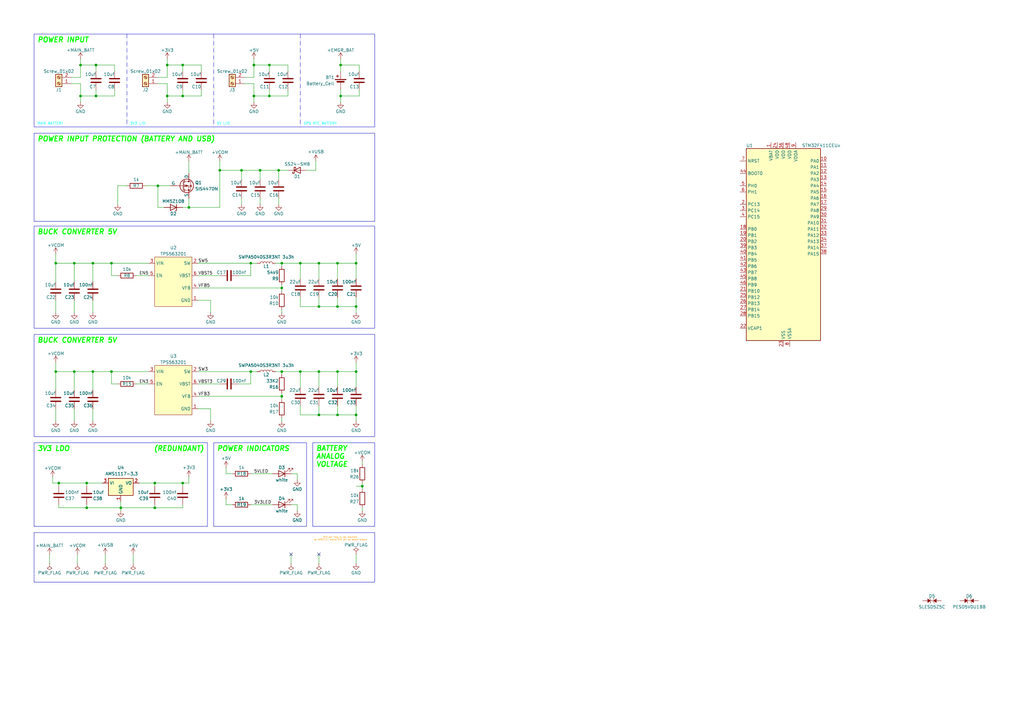
<source format=kicad_sch>
(kicad_sch (version 20250114) (generator "eeschema") (generator_version "9.0")
  (paper "A3")
  (title_block (title "VECTRON_V2") (date "2025-08-31") (rev "1.0.0") (comment 9 "ARUDHRAN"))
  (rectangle (start 13.97 181.61) (end 85.09 215.9))
  (rectangle (start 13.97 54.61) (end 153.67 90.805))
  (rectangle (start 128.27 181.61) (end 153.67 215.9))
  (rectangle (start 13.97 218.44) (end 153.67 238.76))
  (rectangle (start 87.63 181.61) (end 125.73 215.9))
  (rectangle (start 13.97 13.97) (end 153.67 52.07))
  (rectangle (start 13.97 137.16) (end 153.67 179.07))
  (rectangle (start 13.97 92.71) (end 153.67 134.62))
  (text "BUCK CONVERTER 5V" (at 15.24 139.7 0) (effects (font (size 2.032 2.032) (thickness 0.4064) (bold yes) (italic yes)) (justify left)))
  (text "POWER INDICATORS" (at 88.9 184.15 0) (effects (font (size 2.032 2.032) (bold yes) (italic yes)) (justify left)))
  (text "(REDUNDANT)" (at 83.82 184.15 0) (effects (font (size 2.032 2.032) (bold yes) (italic yes)) (justify right)))
  (text "GPS RTC BATTERY" (at 124.46 50.8 0) (effects (font (size 1.016 1.016) (thickness 0.127)) (justify left)))
  (text "3V3 pwr flag is not required \nas AMS1117 marks 3V3 pin as power output" (at 139.7 220.98 0) (effects (font (size 0.635 0.635) (thickness 0.0794))))
  (text "POWER INPUT" (at 15.24 16.51 0) (effects (font (size 2.032 2.032) (thickness 0.4064) (bold yes) (italic yes)) (justify left)))
  (text "3V3 LDO\n" (at 15.24 184.15 0) (effects (font (size 2.032 2.032) (bold yes) (italic yes)) (justify left)))
  (text "BATTERY\nANALOG\nVOLTAGE" (at 129.54 182.88 0) (effects (font (size 2.032 2.032) (bold yes) (italic yes)) (justify left top)))
  (text "MAIN BATTERY" (at 15.24 50.8 0) (effects (font (size 1.016 1.016) (thickness 0.127)) (justify left)))
  (text "BUCK CONVERTER 5V" (at 15.24 95.25 0) (effects (font (size 2.032 2.032) (thickness 0.4064) (bold yes) (italic yes)) (justify left)))
  (text "3V3 I/O" (at 53.34 50.8 0) (effects (font (size 1.016 1.016) (thickness 0.127)) (justify left)))
  (text "5V I/O" (at 88.9 50.8 0) (effects (font (size 1.016 1.016) (thickness 0.127)) (justify left)))
  (text "POWER INPUT PROTECTION (BATTERY AND USB)" (at 15.24 57.15 0) (effects (font (size 2.032 2.032) (thickness 0.4064) (bold yes) (italic yes)) (justify left)))
  (junction (at 38.1 107.95))
  (junction (at 49.53 208.28))
  (junction (at 33.02 26.67))
  (junction (at 74.93 198.12))
  (junction (at 114.3 69.85))
  (junction (at 123.19 152.4))
  (junction (at 63.5 208.28))
  (junction (at 74.93 26.67))
  (junction (at 138.43 107.95))
  (junction (at 22.86 152.4))
  (junction (at 130.81 125.73))
  (junction (at 104.14 26.67))
  (junction (at 139.7 39.37))
  (junction (at 148.59 199.39))
  (junction (at 90.17 69.85))
  (junction (at 110.49 26.67))
  (junction (at 115.57 118.11))
  (junction (at 130.81 107.95))
  (junction (at 99.06 69.85))
  (junction (at 45.72 152.4))
  (junction (at 138.43 125.73))
  (junction (at 102.87 107.95))
  (junction (at 110.49 39.37))
  (junction (at 146.05 152.4))
  (junction (at 146.05 170.18))
  (junction (at 39.37 39.37))
  (junction (at 115.57 152.4))
  (junction (at 64.77 76.2))
  (junction (at 33.02 39.37))
  (junction (at 102.87 152.4))
  (junction (at 63.5 198.12))
  (junction (at 106.68 69.85))
  (junction (at 38.1 152.4))
  (junction (at 138.43 170.18))
  (junction (at 115.57 107.95))
  (junction (at 115.57 162.56))
  (junction (at 146.05 125.73))
  (junction (at 130.81 170.18))
  (junction (at 139.7 26.67))
  (junction (at 104.14 39.37))
  (junction (at 35.56 198.12))
  (junction (at 77.47 85.09))
  (junction (at 138.43 152.4))
  (junction (at 22.86 107.95))
  (junction (at 30.48 152.4))
  (junction (at 39.37 26.67))
  (junction (at 123.19 107.95))
  (junction (at 45.72 107.95))
  (junction (at 35.56 208.28))
  (junction (at 30.48 107.95))
  (junction (at 146.05 107.95))
  (junction (at 68.58 26.67))
  (junction (at 24.13 198.12))
  (junction (at 130.81 152.4))
  (junction (at 74.93 39.37))
  (junction (at 68.58 39.37))
  (no_connect (at 119.38 227.33))
  (no_connect (at 130.81 227.33))
  (wire (pts (xy 100.33 31.75) (xy 104.14 31.75)))
  (wire (pts (xy 102.87 157.48) (xy 102.87 152.4)))
  (wire (pts (xy 146.05 128.27) (xy 146.05 125.73)))
  (wire (pts (xy 110.49 36.83) (xy 110.49 39.37)))
  (wire (pts (xy 110.49 26.67) (xy 104.14 26.67)))
  (wire (pts (xy 63.5 199.39) (xy 63.5 198.12)))
  (wire (pts (xy 45.72 107.95) (xy 60.96 107.95)))
  (wire (pts (xy 45.72 152.4) (xy 60.96 152.4)))
  (wire (pts (xy 92.71 207.01) (xy 95.25 207.01)))
  (wire (pts (xy 81.28 162.56) (xy 115.57 162.56)))
  (wire (pts (xy 113.03 152.4) (xy 115.57 152.4)))
  (wire (pts (xy 52.07 76.2) (xy 48.26 76.2)))
  (wire (pts (xy 38.1 107.95) (xy 45.72 107.95)))
  (wire (pts (xy 46.99 26.67) (xy 39.37 26.67)))
  (wire (pts (xy 22.86 152.4) (xy 22.86 160.02)))
  (wire (pts (xy 102.87 207.01) (xy 111.76 207.01)))
  (wire (pts (xy 146.05 148.59) (xy 146.05 152.4)))
  (wire (pts (xy 35.56 208.28) (xy 49.53 208.28)))
  (wire (pts (xy 104.14 34.29) (xy 104.14 39.37)))
  (wire (pts (xy 30.48 167.64) (xy 30.48 172.72)))
  (wire (pts (xy 68.58 24.13) (xy 68.58 26.67)))
  (wire (pts (xy 146.05 227.33) (xy 146.05 231.14)))
  (wire (pts (xy 49.53 208.28) (xy 49.53 205.74)))
  (wire (pts (xy 22.86 107.95) (xy 30.48 107.95)))
  (wire (pts (xy 63.5 198.12) (xy 74.93 198.12)))
  (wire (pts (xy 119.38 227.33) (xy 119.38 231.14)))
  (wire (pts (xy 147.32 29.21) (xy 147.32 26.67)))
  (wire (pts (xy 146.05 107.95) (xy 146.05 114.3)))
  (wire (pts (xy 102.87 152.4) (xy 105.41 152.4)))
  (wire (pts (xy 29.21 34.29) (xy 33.02 34.29)))
  (wire (pts (xy 147.32 36.83) (xy 147.32 39.37)))
  (wire (pts (xy 97.79 113.03) (xy 102.87 113.03)))
  (wire (pts (xy 92.71 194.31) (xy 92.71 191.77)))
  (wire (pts (xy 121.92 209.55) (xy 121.92 207.01)))
  (wire (pts (xy 39.37 26.67) (xy 33.02 26.67)))
  (wire (pts (xy 130.81 125.73) (xy 138.43 125.73)))
  (wire (pts (xy 49.53 208.28) (xy 63.5 208.28)))
  (wire (pts (xy 81.28 113.03) (xy 90.17 113.03)))
  (wire (pts (xy 147.32 26.67) (xy 139.7 26.67)))
  (wire (pts (xy 77.47 85.09) (xy 90.17 85.09)))
  (wire (pts (xy 106.68 81.28) (xy 106.68 83.82)))
  (wire (pts (xy 130.81 125.73) (xy 123.19 125.73)))
  (wire (pts (xy 130.81 170.18) (xy 138.43 170.18)))
  (wire (pts (xy 86.36 123.19) (xy 86.36 128.27)))
  (wire (pts (xy 148.59 199.39) (xy 148.59 200.66)))
  (wire (pts (xy 146.05 104.14) (xy 146.05 107.95)))
  (wire (pts (xy 21.59 198.12) (xy 24.13 198.12)))
  (wire (pts (xy 130.81 170.18) (xy 123.19 170.18)))
  (wire (pts (xy 146.05 152.4) (xy 146.05 158.75)))
  (wire (pts (xy 146.05 199.39) (xy 148.59 199.39)))
  (wire (pts (xy 43.18 227.33) (xy 43.18 231.14)))
  (wire (pts (xy 130.81 227.33) (xy 130.81 231.14)))
  (wire (pts (xy 118.11 36.83) (xy 118.11 39.37)))
  (wire (pts (xy 110.49 39.37) (xy 104.14 39.37)))
  (wire (pts (xy 138.43 152.4) (xy 146.05 152.4)))
  (wire (pts (xy 118.11 69.85) (xy 114.3 69.85)))
  (wire (pts (xy 24.13 199.39) (xy 24.13 198.12)))
  (wire (pts (xy 64.77 85.09) (xy 64.77 76.2)))
  (wire (pts (xy 118.11 26.67) (xy 110.49 26.67)))
  (wire (pts (xy 68.58 39.37) (xy 68.58 41.91)))
  (wire (pts (xy 130.81 121.92) (xy 130.81 125.73)))
  (wire (pts (xy 30.48 107.95) (xy 30.48 115.57)))
  (polyline (pts (xy 52.07 13.97) (xy 52.07 52.07)) (stroke (width 0) (type dash_dot)))
  (wire (pts (xy 45.72 107.95) (xy 45.72 113.03)))
  (wire (pts (xy 74.93 26.67) (xy 74.93 29.21)))
  (wire (pts (xy 24.13 198.12) (xy 35.56 198.12)))
  (wire (pts (xy 123.19 125.73) (xy 123.19 121.92)))
  (wire (pts (xy 148.59 198.12) (xy 148.59 199.39)))
  (wire (pts (xy 115.57 127) (xy 115.57 128.27)))
  (wire (pts (xy 121.92 207.01) (xy 119.38 207.01)))
  (wire (pts (xy 46.99 29.21) (xy 46.99 26.67)))
  (wire (pts (xy 121.92 196.85) (xy 121.92 194.31)))
  (wire (pts (xy 139.7 39.37) (xy 139.7 41.91)))
  (wire (pts (xy 20.32 231.14) (xy 20.32 227.33)))
  (wire (pts (xy 146.05 172.72) (xy 146.05 170.18)))
  (wire (pts (xy 130.81 166.37) (xy 130.81 170.18)))
  (wire (pts (xy 63.5 208.28) (xy 74.93 208.28)))
  (wire (pts (xy 39.37 39.37) (xy 33.02 39.37)))
  (wire (pts (xy 77.47 198.12) (xy 77.47 195.58)))
  (wire (pts (xy 48.26 76.2) (xy 48.26 83.82)))
  (polyline (pts (xy 87.63 13.97) (xy 87.63 52.07)) (stroke (width 0) (type dash_dot)))
  (wire (pts (xy 64.77 34.29) (xy 68.58 34.29)))
  (wire (pts (xy 35.56 207.01) (xy 35.56 208.28)))
  (wire (pts (xy 115.57 162.56) (xy 115.57 163.83)))
  (wire (pts (xy 97.79 157.48) (xy 102.87 157.48)))
  (wire (pts (xy 68.58 34.29) (xy 68.58 39.37)))
  (wire (pts (xy 54.61 227.33) (xy 54.61 231.14)))
  (wire (pts (xy 24.13 208.28) (xy 35.56 208.28)))
  (wire (pts (xy 115.57 118.11) (xy 115.57 119.38)))
  (wire (pts (xy 74.93 85.09) (xy 77.47 85.09)))
  (wire (pts (xy 138.43 107.95) (xy 146.05 107.95)))
  (wire (pts (xy 81.28 107.95) (xy 102.87 107.95)))
  (wire (pts (xy 74.93 208.28) (xy 74.93 207.01)))
  (wire (pts (xy 82.55 39.37) (xy 74.93 39.37)))
  (wire (pts (xy 99.06 73.66) (xy 99.06 69.85)))
  (wire (pts (xy 38.1 152.4) (xy 38.1 160.02)))
  (wire (pts (xy 129.54 66.04) (xy 129.54 69.85)))
  (wire (pts (xy 90.17 69.85) (xy 90.17 85.09)))
  (wire (pts (xy 148.59 208.28) (xy 148.59 209.55)))
  (wire (pts (xy 31.75 231.14) (xy 31.75 227.33)))
  (wire (pts (xy 74.93 26.67) (xy 68.58 26.67)))
  (wire (pts (xy 77.47 81.28) (xy 77.47 85.09)))
  (wire (pts (xy 106.68 73.66) (xy 106.68 69.85)))
  (wire (pts (xy 138.43 170.18) (xy 138.43 166.37)))
  (wire (pts (xy 74.93 199.39) (xy 74.93 198.12)))
  (wire (pts (xy 139.7 36.83) (xy 139.7 39.37)))
  (wire (pts (xy 92.71 194.31) (xy 95.25 194.31)))
  (wire (pts (xy 102.87 107.95) (xy 105.41 107.95)))
  (wire (pts (xy 102.87 113.03) (xy 102.87 107.95)))
  (wire (pts (xy 148.59 189.23) (xy 148.59 190.5)))
  (wire (pts (xy 35.56 198.12) (xy 41.91 198.12)))
  (wire (pts (xy 33.02 26.67) (xy 33.02 31.75)))
  (wire (pts (xy 35.56 199.39) (xy 35.56 198.12)))
  (wire (pts (xy 104.14 39.37) (xy 104.14 41.91)))
  (wire (pts (xy 86.36 167.64) (xy 86.36 172.72)))
  (wire (pts (xy 55.88 157.48) (xy 60.96 157.48)))
  (wire (pts (xy 45.72 157.48) (xy 48.26 157.48)))
  (wire (pts (xy 81.28 167.64) (xy 86.36 167.64)))
  (wire (pts (xy 30.48 152.4) (xy 30.48 160.02)))
  (wire (pts (xy 82.55 36.83) (xy 82.55 39.37)))
  (wire (pts (xy 55.88 113.03) (xy 60.96 113.03)))
  (wire (pts (xy 74.93 198.12) (xy 77.47 198.12)))
  (wire (pts (xy 104.14 26.67) (xy 104.14 31.75)))
  (wire (pts (xy 130.81 107.95) (xy 130.81 114.3)))
  (wire (pts (xy 74.93 39.37) (xy 68.58 39.37)))
  (wire (pts (xy 114.3 81.28) (xy 114.3 83.82)))
  (wire (pts (xy 115.57 152.4) (xy 123.19 152.4)))
  (polyline (pts (xy 123.19 13.97) (xy 123.19 52.07)) (stroke (width 0) (type dash_dot)))
  (wire (pts (xy 139.7 26.67) (xy 139.7 29.21)))
  (wire (pts (xy 30.48 123.19) (xy 30.48 128.27)))
  (wire (pts (xy 22.86 104.14) (xy 22.86 107.95)))
  (wire (pts (xy 106.68 69.85) (xy 99.06 69.85)))
  (wire (pts (xy 38.1 123.19) (xy 38.1 128.27)))
  (wire (pts (xy 113.03 107.95) (xy 115.57 107.95)))
  (wire (pts (xy 138.43 170.18) (xy 146.05 170.18)))
  (wire (pts (xy 115.57 107.95) (xy 123.19 107.95)))
  (wire (pts (xy 110.49 26.67) (xy 110.49 29.21)))
  (wire (pts (xy 63.5 208.28) (xy 63.5 207.01)))
  (wire (pts (xy 130.81 152.4) (xy 138.43 152.4)))
  (wire (pts (xy 59.69 76.2) (xy 64.77 76.2)))
  (wire (pts (xy 123.19 107.95) (xy 123.19 114.3)))
  (wire (pts (xy 147.32 39.37) (xy 139.7 39.37)))
  (wire (pts (xy 45.72 113.03) (xy 48.26 113.03)))
  (wire (pts (xy 138.43 114.3) (xy 138.43 107.95)))
  (wire (pts (xy 57.15 198.12) (xy 63.5 198.12)))
  (wire (pts (xy 99.06 81.28) (xy 99.06 83.82)))
  (wire (pts (xy 138.43 158.75) (xy 138.43 152.4)))
  (wire (pts (xy 115.57 107.95) (xy 115.57 109.22)))
  (wire (pts (xy 22.86 167.64) (xy 22.86 172.72)))
  (wire (pts (xy 22.86 152.4) (xy 30.48 152.4)))
  (wire (pts (xy 77.47 66.04) (xy 77.47 71.12)))
  (wire (pts (xy 123.19 152.4) (xy 130.81 152.4)))
  (wire (pts (xy 146.05 166.37) (xy 146.05 170.18)))
  (wire (pts (xy 45.72 152.4) (xy 45.72 157.48)))
  (wire (pts (xy 146.05 121.92) (xy 146.05 125.73)))
  (wire (pts (xy 68.58 26.67) (xy 68.58 31.75)))
  (wire (pts (xy 115.57 116.84) (xy 115.57 118.11)))
  (wire (pts (xy 99.06 69.85) (xy 90.17 69.85)))
  (wire (pts (xy 81.28 118.11) (xy 115.57 118.11)))
  (wire (pts (xy 81.28 152.4) (xy 102.87 152.4)))
  (wire (pts (xy 38.1 167.64) (xy 38.1 172.72)))
  (wire (pts (xy 22.86 107.95) (xy 22.86 115.57)))
  (wire (pts (xy 39.37 26.67) (xy 39.37 29.21)))
  (wire (pts (xy 138.43 125.73) (xy 138.43 121.92)))
  (wire (pts (xy 46.99 39.37) (xy 39.37 39.37)))
  (wire (pts (xy 114.3 73.66) (xy 114.3 69.85)))
  (wire (pts (xy 64.77 31.75) (xy 68.58 31.75)))
  (wire (pts (xy 46.99 36.83) (xy 46.99 39.37)))
  (wire (pts (xy 22.86 123.19) (xy 22.86 128.27)))
  (wire (pts (xy 38.1 152.4) (xy 45.72 152.4)))
  (wire (pts (xy 33.02 34.29) (xy 33.02 39.37)))
  (wire (pts (xy 106.68 69.85) (xy 114.3 69.85)))
  (wire (pts (xy 21.59 195.58) (xy 21.59 198.12)))
  (wire (pts (xy 121.92 194.31) (xy 119.38 194.31)))
  (wire (pts (xy 82.55 26.67) (xy 74.93 26.67)))
  (wire (pts (xy 129.54 69.85) (xy 125.73 69.85)))
  (wire (pts (xy 33.02 24.13) (xy 33.02 26.67)))
  (wire (pts (xy 118.11 39.37) (xy 110.49 39.37)))
  (wire (pts (xy 115.57 161.29) (xy 115.57 162.56)))
  (wire (pts (xy 64.77 76.2) (xy 69.85 76.2)))
  (wire (pts (xy 118.11 29.21) (xy 118.11 26.67)))
  (wire (pts (xy 123.19 107.95) (xy 130.81 107.95)))
  (wire (pts (xy 130.81 152.4) (xy 130.81 158.75)))
  (wire (pts (xy 81.28 157.48) (xy 90.17 157.48)))
  (wire (pts (xy 123.19 170.18) (xy 123.19 166.37)))
  (wire (pts (xy 29.21 31.75) (xy 33.02 31.75)))
  (wire (pts (xy 24.13 208.28) (xy 24.13 207.01)))
  (wire (pts (xy 74.93 36.83) (xy 74.93 39.37)))
  (wire (pts (xy 123.19 152.4) (xy 123.19 158.75)))
  (wire (pts (xy 33.02 39.37) (xy 33.02 41.91)))
  (wire (pts (xy 90.17 66.04) (xy 90.17 69.85)))
  (wire (pts (xy 138.43 125.73) (xy 146.05 125.73)))
  (wire (pts (xy 104.14 24.13) (xy 104.14 26.67)))
  (wire (pts (xy 139.7 24.13) (xy 139.7 26.67)))
  (wire (pts (xy 81.28 123.19) (xy 86.36 123.19)))
  (wire (pts (xy 22.86 148.59) (xy 22.86 152.4)))
  (wire (pts (xy 92.71 204.47) (xy 92.71 207.01)))
  (wire (pts (xy 30.48 152.4) (xy 38.1 152.4)))
  (wire (pts (xy 49.53 209.55) (xy 49.53 208.28)))
  (wire (pts (xy 115.57 171.45) (xy 115.57 172.72)))
  (wire (pts (xy 115.57 152.4) (xy 115.57 153.67)))
  (wire (pts (xy 39.37 36.83) (xy 39.37 39.37)))
  (wire (pts (xy 30.48 107.95) (xy 38.1 107.95)))
  (wire (pts (xy 82.55 29.21) (xy 82.55 26.67)))
  (wire (pts (xy 67.31 85.09) (xy 64.77 85.09)))
  (wire (pts (xy 130.81 107.95) (xy 138.43 107.95)))
  (wire (pts (xy 100.33 34.29) (xy 104.14 34.29)))
  (wire (pts (xy 38.1 107.95) (xy 38.1 115.57)))
  (wire (pts (xy 102.87 194.31) (xy 111.76 194.31)))
  (label "VFB3" (at 81.28 162.56 0))
  (label "VBST5" (at 81.28 113.03 0))
  (label "EN3" (at 60.96 157.48 180))
  (label "EN5" (at 60.96 113.03 180))
  (label "SW5" (at 81.28 107.95 0))
  (label "SW3" (at 81.28 152.4 0))
  (label "VBST3" (at 81.28 157.48 0))
  (label "3V3LED" (at 104.14 207.01 0))
  (label "5VLED" (at 104.14 194.31 0))
  (label "VFB5" (at 81.28 118.11 0))
  (symbol (lib_id "Device:R") (at 447.04 144.78 0) (unit 1)
    (property "Reference" "R13" (at 445.77 146.05 0) (effects (justify right)))
    (property "Value" "R" (at 445.77 143.51 0) (effects (justify right)))
    (property "Description" "Resistor" (effects (hide yes)))
  )
  (symbol (lib_id "power:PWR_FLAG") (at 20.32 231.14 180) (unit 1)
    (property "Reference" "#FLG?" (effects (hide yes)))
    (property "Value" "PWR_FLAG" (at 20.32 234.95 0))
    (property "Description" "Special symbol for telling ERC where power comes from" (effects (hide yes)))
  )
  (symbol (lib_id "power:GND") (at 33.02 41.91 0) (unit 1)
    (property "Reference" "#PWR05" (effects (hide yes)))
    (property "Value" "GND" (at 33.02 45.72 0))
    (property "Description" "Power symbol creates a global label with name \"GND\" , ground" (effects (hide yes)))
  )
  (symbol (lib_id "Device:C") (at 403.86 -10.16 180) (unit 1)
    (property "Reference" "C5" (at 403.86 -7.62 0) (effects (justify left)))
    (property "Value" "C" (at 403.86 -12.7 0) (effects (justify left)))
    (property "Description" "Unpolarized capacitor" (effects (hide yes)))
  )
  (symbol (lib_id "VECTRON_V1:TPS563201") (at 71.12 149.86 0) (unit 1)
    (property "Reference" "U3" (at 71.12 146.05 0))
    (property "Value" "TPS563201" (at 71.12 148.59 0))
    (property "Footprint" "Package_TO_SOT_SMD:SOT-23-6" (effects (hide yes)))
    (property "Datasheet" "https://www.ti.com/lit/ds/symlink/tps563201.pdf" (effects (hide yes)))
  )
  (symbol (lib_id "Device:C") (at 99.06 77.47 180) (unit 1)
    (property "Reference" "C14" (at 99.06 80.01 0) (effects (justify left)))
    (property "Value" "10uf" (at 99.06 74.93 0) (effects (justify left)))
    (property "Description" "Unpolarized capacitor" (effects (hide yes)))
  )
  (symbol (lib_id "power:+3V3") (at 77.47 195.58 0) (unit 1)
    (property "Reference" "#PWR034" (effects (hide yes)))
    (property "Value" "+3V3" (at 77.47 191.77 0))
    (property "Description" "Power symbol creates a global label with name \"+3V3\"" (effects (hide yes)))
  )
  (symbol (lib_id "power:GND") (at 30.48 172.72 0) (unit 1)
    (property "Reference" "#PWR027" (effects (hide yes)))
    (property "Value" "GND" (at 30.48 176.53 0))
    (property "Description" "Power symbol creates a global label with name \"GND\" , ground" (effects (hide yes)))
  )
  (symbol (lib_id "Device:R") (at 31.75 -13.97 90) (unit 1)
    (property "Reference" "R2" (at 31.75 -13.97 90))
    (property "Value" "R" (at 31.75 -16.51 90))
    (property "Description" "Resistor" (effects (hide yes)))
  )
  (symbol (lib_id "Device:C") (at 22.86 119.38 180) (unit 1)
    (property "Reference" "C22" (at 22.86 121.92 0) (effects (justify left)))
    (property "Value" "10uf" (at 22.86 116.84 0) (effects (justify left)))
    (property "Description" "Unpolarized capacitor" (effects (hide yes)))
  )
  (symbol (lib_id "power:GND") (at 99.06 83.82 0) (unit 1)
    (property "Reference" "#PWR013" (effects (hide yes)))
    (property "Value" "GND" (at 99.06 87.63 0))
    (property "Description" "Power symbol creates a global label with name \"GND\" , ground" (effects (hide yes)))
  )
  (symbol (lib_id "Device:R") (at 381 -10.16 0) (unit 1)
    (property "Reference" "R5" (at 379.73 -8.89 0) (effects (justify right)))
    (property "Value" "R" (at 379.73 -11.43 0) (effects (justify right)))
    (property "Description" "Resistor" (effects (hide yes)))
  )
  (symbol (lib_id "Device:R") (at 392.43 -10.16 90) (unit 1)
    (property "Reference" "R6" (at 392.43 -10.16 90))
    (property "Value" "R" (at 392.43 -12.7 90))
    (property "Description" "Resistor" (effects (hide yes)))
  )
  (symbol (lib_id "power:VCC") (at 22.86 148.59 0) (unit 1)
    (property "Reference" "#PWR024" (effects (hide yes)))
    (property "Value" "+VCOM" (at 22.86 145.034 0))
    (property "Description" "Power symbol creates a global label with name \"VCC\"" (effects (hide yes)))
  )
  (symbol (lib_id "power:GND") (at 121.92 196.85 0) (unit 1)
    (property "Reference" "#PWR035" (effects (hide yes)))
    (property "Value" "GND" (at 121.92 200.66 0))
    (property "Description" "Power symbol creates a global label with name \"GND\" , ground" (effects (hide yes)))
  )
  (symbol (lib_id "Device:C") (at 114.3 77.47 180) (unit 1)
    (property "Reference" "C16" (at 114.3 80.01 0) (effects (justify left)))
    (property "Value" "10uf" (at 114.3 74.93 0) (effects (justify left)))
    (property "Description" "Unpolarized capacitor" (effects (hide yes)))
  )
  (symbol (lib_id "power:GND") (at 146.05 128.27 0) (unit 1)
    (property "Reference" "#PWR023" (effects (hide yes)))
    (property "Value" "GND" (at 146.05 132.08 0))
    (property "Description" "Power symbol creates a global label with name \"GND\" , ground" (effects (hide yes)))
  )
  (symbol (lib_id "Device:C") (at 46.99 33.02 180) (unit 1)
    (property "Reference" "C8" (at 46.99 35.56 0) (effects (justify left)))
    (property "Value" "10uf" (at 46.99 30.48 0) (effects (justify left)))
    (property "Description" "Unpolarized capacitor" (effects (hide yes)))
  )
  (symbol (lib_id "Device:C") (at 63.5 203.2 180) (unit 1)
    (property "Reference" "C39" (at 60.96 204.47 0) (effects (justify left)))
    (property "Value" "10uf" (at 60.96 201.93 0) (effects (justify left)))
    (property "Footprint" "Capacitor_SMD:C_0603_1608Metric" (effects (hide yes)))
    (property "Description" "Unpolarized capacitor" (effects (hide yes)))
  )
  (symbol (lib_id "Device:C") (at 482.6 144.78 90) (unit 1)
    (property "Reference" "C28" (at 481.33 143.51 90) (effects (justify left)))
    (property "Value" "C" (at 483.87 143.51 90) (effects (justify right)))
    (property "Description" "Unpolarized capacitor" (effects (hide yes)))
  )
  (symbol (lib_id "Device:C") (at 138.43 162.56 180) (unit 1)
    (property "Reference" "C32" (at 138.43 165.1 0) (effects (justify left)))
    (property "Value" "10uf" (at 138.43 160.02 0) (effects (justify left)))
    (property "Description" "Unpolarized capacitor" (effects (hide yes)))
  )
  (symbol (lib_id "Device:C") (at 48.26 316.23 90) (unit 1)
    (property "Reference" "C46" (at 46.99 314.96 90) (effects (justify left)))
    (property "Value" "C" (at 49.53 314.96 90) (effects (justify right)))
    (property "Description" "Unpolarized capacitor" (effects (hide yes)))
  )
  (symbol (lib_id "Device:C") (at 118.11 33.02 180) (unit 1)
    (property "Reference" "C12" (at 118.11 35.56 0) (effects (justify left)))
    (property "Value" "10uf" (at 118.11 30.48 0) (effects (justify left)))
    (property "Description" "Unpolarized capacitor" (effects (hide yes)))
  )
  (symbol (lib_id "Device:Battery_Cell") (at 139.7 34.29 0) (mirror y) (unit 1)
    (property "Reference" "BT1" (at 137.16 31.75 0) (effects (justify left)))
    (property "Value" "Battery_Cell" (at 137.16 34.29 0) (effects (justify left)))
    (property "Description" "Single-cell battery" (effects (hide yes)))
  )
  (symbol (lib_id "power:PWR_FLAG") (at 146.05 227.33 0) (unit 1)
    (property "Reference" "#FLG?" (effects (hide yes)))
    (property "Value" "PWR_FLAG" (at 146.05 223.52 0))
    (property "Description" "Special symbol for telling ERC where power comes from" (effects (hide yes)))
  )
  (symbol (lib_id "power:GND") (at 146.05 231.14 0) (unit 1)
    (property "Reference" "#PWR?" (effects (hide yes)))
    (property "Value" "GND" (at 146.05 234.95 0))
    (property "Description" "Power symbol creates a global label with name \"GND\" , ground" (effects (hide yes)))
  )
  (symbol (lib_id "power:GND") (at 115.57 128.27 0) (unit 1)
    (property "Reference" "#PWR022" (effects (hide yes)))
    (property "Value" "GND" (at 115.57 132.08 0))
    (property "Description" "Power symbol creates a global label with name \"GND\" , ground" (effects (hide yes)))
  )
  (symbol (lib_id "Simulation_SPICE:PMOS") (at 74.93 76.2 0) (unit 1)
    (property "Reference" "Q1" (at 80.01 74.93 0) (effects (justify left)))
    (property "Value" "SIS447DN" (at 80.01 77.47 0) (effects (justify left)))
    (property "Datasheet" "https://ngspice.sourceforge.io/docs/ngspice-html-manual/manual.xhtml#cha_MOSFETs" (effects (hide yes)))
    (property "Description" "P-MOSFET transistor, drain/source/gate" (effects (hide yes)))
    (property "Sim.Device" "PMOS" (effects (hide yes)))
    (property "Sim.Type" "VDMOS" (effects (hide yes)))
    (property "Sim.Pins" "1=D 2=G 3=S" (effects (hide yes)))
  )
  (symbol (lib_id "power:VCC") (at 146.05 148.59 0) (unit 1)
    (property "Reference" "#PWR025" (effects (hide yes)))
    (property "Value" "+3V3" (at 146.05 145.034 0))
    (property "Description" "Power symbol creates a global label with name \"VCC\"" (effects (hide yes)))
  )
  (symbol (lib_id "power:GND") (at 86.36 128.27 0) (unit 1)
    (property "Reference" "#PWR021" (effects (hide yes)))
    (property "Value" "GND" (at 86.36 132.08 0))
    (property "Description" "Power symbol creates a global label with name \"GND\" , ground" (effects (hide yes)))
  )
  (symbol (lib_id "Device:LED") (at 115.57 194.31 180) (unit 1)
    (property "Reference" "D3" (at 115.57 191.77 0))
    (property "Value" "white" (at 115.57 196.85 0))
    (property "Footprint" "LED_SMD:LED_0603_1608Metric" (effects (hide yes)))
    (property "Description" "Light emitting diode" (effects (hide yes)))
    (property "Sim.Pins" "1=K 2=A" (effects (hide yes)))
  )
  (symbol (lib_id "Device:R") (at 52.07 157.48 90) (unit 1)
    (property "Reference" "R15" (at 52.07 157.48 90))
    (property "Value" "10k" (at 52.07 154.94 90))
    (property "Description" "Resistor" (effects (hide yes)))
  )
  (symbol (lib_id "SparkFun-PowerSymbol:VUSB") (at 129.54 66.04 0) (mirror y) (unit 1)
    (property "Reference" "#PWR011" (effects (hide yes)))
    (property "Value" "+VUSB" (at 129.54 62.23 0))
    (property "Description" "Power symbol creates a global label with name \"VUSB\"" (effects (hide yes)))
  )
  (symbol (lib_id "Device:R") (at 12.7 316.23 0) (unit 1)
    (property "Reference" "R24" (at 11.43 317.5 0) (effects (justify right)))
    (property "Value" "R" (at 11.43 314.96 0) (effects (justify right)))
    (property "Description" "Resistor" (effects (hide yes)))
  )
  (symbol (lib_id "power:VCC") (at 90.17 66.04 0) (unit 1)
    (property "Reference" "#PWR010" (effects (hide yes)))
    (property "Value" "+VCOM" (at 90.17 62.484 0))
    (property "Description" "Power symbol creates a global label with name \"VCC\"" (effects (hide yes)))
  )
  (symbol (lib_id "Device:C") (at 55.88 -13.97 90) (unit 1)
    (property "Reference" "C2" (at 54.61 -15.24 90) (effects (justify left)))
    (property "Value" "C" (at 57.15 -15.24 90) (effects (justify right)))
    (property "Description" "Unpolarized capacitor" (effects (hide yes)))
  )
  (symbol (lib_id "Device:C") (at 82.55 33.02 180) (unit 1)
    (property "Reference" "C10" (at 82.55 35.56 0) (effects (justify left)))
    (property "Value" "10uf" (at 82.55 30.48 0) (effects (justify left)))
    (property "Description" "Unpolarized capacitor" (effects (hide yes)))
  )
  (symbol (lib_id "Device:C") (at 130.81 118.11 180) (unit 1)
    (property "Reference" "C19" (at 130.81 120.65 0) (effects (justify left)))
    (property "Value" "22uf" (at 130.81 115.57 0) (effects (justify left)))
    (property "Description" "Unpolarized capacitor" (effects (hide yes)))
  )
  (symbol (lib_id "Device:C") (at 74.93 203.2 180) (unit 1)
    (property "Reference" "C40" (at 72.39 204.47 0) (effects (justify left)))
    (property "Value" "100nf" (at 72.39 201.93 0) (effects (justify left)))
    (property "Footprint" "Capacitor_SMD:C_0603_1608Metric" (effects (hide yes)))
    (property "Description" "Unpolarized capacitor" (effects (hide yes)))
  )
  (symbol (lib_id "Device:R") (at 24.13 316.23 90) (unit 1)
    (property "Reference" "R25" (at 24.13 316.23 90))
    (property "Value" "R" (at 24.13 313.69 90))
    (property "Description" "Resistor" (effects (hide yes)))
  )
  (symbol (lib_id "Device:R") (at 377.19 309.88 0) (unit 1)
    (property "Reference" "R22" (at 375.92 311.15 0) (effects (justify right)))
    (property "Value" "R" (at 375.92 308.61 0) (effects (justify right)))
    (property "Description" "Resistor" (effects (hide yes)))
  )
  (symbol (lib_id "Device:C") (at 229.87 -10.16 90) (unit 1)
    (property "Reference" "C4" (at 228.6 -11.43 90) (effects (justify left)))
    (property "Value" "C" (at 231.14 -11.43 90) (effects (justify right)))
    (property "Description" "Unpolarized capacitor" (effects (hide yes)))
  )
  (symbol (lib_id "Device:L") (at 109.22 152.4 90) (unit 1)
    (property "Reference" "L2" (at 109.22 153.67 90))
    (property "Value" "SWPA5040S3R3NT 3u3h" (at 109.22 149.86 90))
    (property "Footprint" "Inductor_SMD:L_Sunlord_SWPA5040S" (effects (hide yes)))
    (property "Description" "Inductor" (effects (hide yes)))
  )
  (symbol (lib_id "power:GND") (at 104.14 41.91 0) (unit 1)
    (property "Reference" "#PWR07" (effects (hide yes)))
    (property "Value" "GND" (at 104.14 45.72 0))
    (property "Description" "Power symbol creates a global label with name \"GND\" , ground" (effects (hide yes)))
  )
  (symbol (lib_id "power:VCC") (at 22.86 104.14 0) (unit 1)
    (property "Reference" "#PWR016" (effects (hide yes)))
    (property "Value" "+VCOM" (at 22.86 100.584 0))
    (property "Description" "Power symbol creates a global label with name \"VCC\"" (effects (hide yes)))
  )
  (symbol (lib_id "Device:C") (at 22.86 163.83 180) (unit 1)
    (property "Reference" "C34" (at 22.86 166.37 0) (effects (justify left)))
    (property "Value" "10uf" (at 22.86 161.29 0) (effects (justify left)))
    (property "Description" "Unpolarized capacitor" (effects (hide yes)))
  )
  (symbol (lib_id "Device:R") (at 115.57 167.64 0) (unit 1)
    (property "Reference" "R17" (at 114.3 168.91 0) (effects (justify right)))
    (property "Value" "10k" (at 114.3 166.37 0) (effects (justify right)))
    (property "Description" "Resistor" (effects (hide yes)))
  )
  (symbol (lib_id "power:VCC") (at 148.59 189.23 0) (unit 1)
    (property "Reference" "#PWR040" (effects (hide yes)))
    (property "Value" "+VCOM" (at 148.59 185.674 0))
    (property "Description" "Power symbol creates a global label with name \"VCC\"" (effects (hide yes)))
  )
  (symbol (lib_id "power:GND") (at 38.1 172.72 0) (unit 1)
    (property "Reference" "#PWR028" (effects (hide yes)))
    (property "Value" "GND" (at 38.1 176.53 0))
    (property "Description" "Power symbol creates a global label with name \"GND\" , ground" (effects (hide yes)))
  )
  (symbol (lib_id "power:PWR_FLAG") (at 119.38 231.14 180) (unit 1)
    (property "Reference" "#FLG01" (effects (hide yes)))
    (property "Value" "PWR_FLAG" (at 119.38 234.95 0))
    (property "Description" "Special symbol for telling ERC where power comes from" (effects (hide yes)))
  )
  (symbol (lib_id "Device:C") (at 130.81 162.56 180) (unit 1)
    (property "Reference" "C31" (at 130.81 165.1 0) (effects (justify left)))
    (property "Value" "22uf" (at 130.81 160.02 0) (effects (justify left)))
    (property "Description" "Unpolarized capacitor" (effects (hide yes)))
  )
  (symbol (lib_id "power:VCC") (at 54.61 227.33 0) (mirror y) (unit 1)
    (property "Reference" "#PWR043" (effects (hide yes)))
    (property "Value" "+5V" (at 54.61 223.774 0))
    (property "Description" "Power symbol creates a global label with name \"VCC\"" (effects (hide yes)))
  )
  (symbol (lib_id "Device:C") (at 217.17 -10.16 180) (unit 1)
    (property "Reference" "C3" (at 217.17 -7.62 0) (effects (justify left)))
    (property "Value" "C" (at 217.17 -12.7 0) (effects (justify left)))
    (property "Description" "Unpolarized capacitor" (effects (hide yes)))
  )
  (symbol (lib_id "Device:R") (at 20.32 -13.97 0) (unit 1)
    (property "Reference" "R1" (at 19.05 -12.7 0) (effects (justify right)))
    (property "Value" "R" (at 19.05 -15.24 0) (effects (justify right)))
    (property "Description" "Resistor" (effects (hide yes)))
  )
  (symbol (lib_id "Device:R") (at 148.59 194.31 0) (unit 1)
    (property "Reference" "R26" (at 147.32 195.58 0) (effects (justify right)))
    (property "Value" "18k" (at 147.32 193.04 0) (effects (justify right)))
    (property "Description" "Resistor" (effects (hide yes)))
  )
  (symbol (lib_id "Device:C") (at 228.6 309.88 90) (unit 1)
    (property "Reference" "C42" (at 227.33 308.61 90) (effects (justify left)))
    (property "Value" "C" (at 229.87 308.61 90) (effects (justify right)))
    (property "Description" "Unpolarized capacitor" (effects (hide yes)))
  )
  (symbol (lib_id "Device:C") (at 43.18 -13.97 180) (unit 1)
    (property "Reference" "C1" (at 43.18 -11.43 0) (effects (justify left)))
    (property "Value" "C" (at 43.18 -16.51 0) (effects (justify left)))
    (property "Description" "Unpolarized capacitor" (effects (hide yes)))
  )
  (symbol (lib_id "Device:R") (at 115.57 157.48 0) (unit 1)
    (property "Reference" "R16" (at 114.3 158.75 0) (effects (justify right)))
    (property "Value" "33K2" (at 114.3 156.21 0) (effects (justify right)))
    (property "Description" "Resistor" (effects (hide yes)))
  )
  (symbol (lib_id "power:GND") (at 48.26 83.82 0) (unit 1)
    (property "Reference" "#PWR012" (effects (hide yes)))
    (property "Value" "GND" (at 48.26 87.63 0))
    (property "Description" "Power symbol creates a global label with name \"GND\" , ground" (effects (hide yes)))
  )
  (symbol (lib_id "Device:C") (at 400.05 309.88 180) (unit 1)
    (property "Reference" "C43" (at 400.05 312.42 0) (effects (justify left)))
    (property "Value" "C" (at 400.05 307.34 0) (effects (justify left)))
    (property "Description" "Unpolarized capacitor" (effects (hide yes)))
  )
  (symbol (lib_id "Device:C") (at 146.05 162.56 180) (unit 1)
    (property "Reference" "C33" (at 146.05 165.1 0) (effects (justify left)))
    (property "Value" "100nf" (at 146.05 160.02 0) (effects (justify left)))
    (property "Description" "Unpolarized capacitor" (effects (hide yes)))
  )
  (symbol (lib_id "Device:C") (at 24.13 203.2 0) (mirror x) (unit 1)
    (property "Reference" "C37" (at 26.67 204.47 0) (effects (justify left)))
    (property "Value" "100nf" (at 26.67 201.93 0) (effects (justify left)))
    (property "Footprint" "Capacitor_SMD:C_0603_1608Metric" (effects (hide yes)))
    (property "Description" "Unpolarized capacitor" (effects (hide yes)))
  )
  (symbol (lib_id "Device:C") (at 38.1 163.83 180) (unit 1)
    (property "Reference" "C36" (at 38.1 166.37 0) (effects (justify left)))
    (property "Value" "100nf" (at 38.1 161.29 0) (effects (justify left)))
    (property "Description" "Unpolarized capacitor" (effects (hide yes)))
  )
  (symbol (lib_id "power:GND") (at 146.05 172.72 0) (unit 1)
    (property "Reference" "#PWR031" (effects (hide yes)))
    (property "Value" "GND" (at 146.05 176.53 0))
    (property "Description" "Power symbol creates a global label with name \"GND\" , ground" (effects (hide yes)))
  )
  (symbol (lib_id "Device:R") (at 115.57 113.03 0) (unit 1)
    (property "Reference" "R9" (at 114.3 114.3 0) (effects (justify right)))
    (property "Value" "54k9" (at 114.3 111.76 0) (effects (justify right)))
    (property "Description" "Resistor" (effects (hide yes)))
  )
  (symbol (lib_id "Connector:Screw_Terminal_01x02") (at 59.69 34.29 180) (unit 1)
    (property "Reference" "J2" (at 59.69 36.83 0))
    (property "Value" "Screw_01x02" (at 59.69 29.21 0))
    (property "Description" "Generic screw terminal, single row, 01x02, script generated (kicad-library-utils/schlib/autogen/connector/)" (effects (hide yes)))
  )
  (symbol (lib_id "Connector:Screw_Terminal_01x02") (at 24.13 34.29 180) (unit 1)
    (property "Reference" "J1" (at 24.13 36.83 0))
    (property "Value" "Screw_01x02" (at 24.13 29.21 0))
    (property "Description" "Generic screw terminal, single row, 01x02, script generated (kicad-library-utils/schlib/autogen/connector/)" (effects (hide yes)))
  )
  (symbol (lib_id "Device:C") (at 106.68 77.47 180) (unit 1)
    (property "Reference" "C15" (at 106.68 80.01 0) (effects (justify left)))
    (property "Value" "10uf" (at 106.68 74.93 0) (effects (justify left)))
    (property "Description" "Unpolarized capacitor" (effects (hide yes)))
  )
  (symbol (lib_id "Device:C") (at 39.37 33.02 180) (unit 1)
    (property "Reference" "C7" (at 39.37 35.56 0) (effects (justify left)))
    (property "Value" "10uf" (at 39.37 30.48 0) (effects (justify left)))
    (property "Description" "Unpolarized capacitor" (effects (hide yes)))
  )
  (symbol (lib_id "Device:C") (at -19.05 130.81 90) (unit 1)
    (property "Reference" "C26" (at -20.32 129.54 90) (effects (justify left)))
    (property "Value" "C" (at -17.78 129.54 90) (effects (justify right)))
    (property "Description" "Unpolarized capacitor" (effects (hide yes)))
  )
  (symbol (lib_id "power:GND") (at 68.58 41.91 0) (unit 1)
    (property "Reference" "#PWR06" (effects (hide yes)))
    (property "Value" "GND" (at 68.58 45.72 0))
    (property "Description" "Power symbol creates a global label with name \"GND\" , ground" (effects (hide yes)))
  )
  (symbol (lib_id "Device:R") (at 193.04 309.88 0) (unit 1)
    (property "Reference" "R20" (at 191.77 311.15 0) (effects (justify right)))
    (property "Value" "R" (at 191.77 308.61 0) (effects (justify right)))
    (property "Description" "Resistor" (effects (hide yes)))
  )
  (symbol (lib_id "Device:C") (at 93.98 157.48 90) (unit 1)
    (property "Reference" "C29" (at 92.71 156.21 90) (effects (justify left)))
    (property "Value" "100nf" (at 95.25 156.21 90) (effects (justify right)))
    (property "Description" "Unpolarized capacitor" (effects (hide yes)))
  )
  (symbol (lib_id "power:VCC") (at 20.32 227.33 0) (unit 1)
    (property "Reference" "#PWR041" (effects (hide yes)))
    (property "Value" "+MAIN_BATT" (at 20.32 223.774 0))
    (property "Description" "Power symbol creates a global label with name \"VCC\"" (effects (hide yes)))
  )
  (symbol (lib_id "Device:C") (at 138.43 118.11 180) (unit 1)
    (property "Reference" "C20" (at 138.43 120.65 0) (effects (justify left)))
    (property "Value" "10uf" (at 138.43 115.57 0) (effects (justify left)))
    (property "Description" "Unpolarized capacitor" (effects (hide yes)))
  )
  (symbol (lib_id "power:GND") (at 22.86 128.27 0) (unit 1)
    (property "Reference" "#PWR018" (effects (hide yes)))
    (property "Value" "GND" (at 22.86 132.08 0))
    (property "Description" "Power symbol creates a global label with name \"GND\" , ground" (effects (hide yes)))
  )
  (symbol (lib_id "MCU_ST_STM32F4:STM32F411CEUx") (at 321.31 101.6 0) (unit 1)
    (property "Reference" "U1" (at 306.07 59.69 0) (effects (justify left)))
    (property "Value" "STM32F411CEUx" (at 328.93 59.69 0) (effects (justify left)))
    (property "Footprint" "Package_DFN_QFN:QFN-48-1EP_7x7mm_P0.5mm_EP5.6x5.6mm" (effects (hide yes)))
    (property "Datasheet" "https://www.st.com/resource/en/datasheet/stm32f411ce.pdf" (effects (hide yes)))
    (property "Description" "STMicroelectronics Arm Cortex-M4 MCU, 512KB flash, 128KB RAM, 100 MHz, 1.7-3.6V, 36 GPIO, UFQFPN48" (effects (hide yes)))
  )
  (symbol (lib_id "Device:R") (at 204.47 309.88 90) (unit 1)
    (property "Reference" "R21" (at 204.47 309.88 90))
    (property "Value" "R" (at 204.47 307.34 90))
    (property "Description" "Resistor" (effects (hide yes)))
  )
  (symbol (lib_id "Device:D_Schottky") (at 121.92 69.85 0) (mirror x) (unit 1)
    (property "Reference" "D1" (at 121.92 72.39 0))
    (property "Value" "SS24-SMB" (at 121.92 67.31 0))
    (property "Description" "Schottky diode" (effects (hide yes)))
  )
  (symbol (lib_id "power:VCC") (at 68.58 24.13 0) (unit 1)
    (property "Reference" "#PWR02" (effects (hide yes)))
    (property "Value" "+3V3" (at 68.58 20.574 0))
    (property "Description" "Power symbol creates a global label with name \"VCC\"" (effects (hide yes)))
  )
  (symbol (lib_id "Device:C") (at 412.75 309.88 90) (unit 1)
    (property "Reference" "C44" (at 411.48 308.61 90) (effects (justify left)))
    (property "Value" "C" (at 414.02 308.61 90) (effects (justify right)))
    (property "Description" "Unpolarized capacitor" (effects (hide yes)))
  )
  (symbol (lib_id "Device:C") (at 30.48 119.38 180) (unit 1)
    (property "Reference" "C23" (at 30.48 121.92 0) (effects (justify left)))
    (property "Value" "10uf" (at 30.48 116.84 0) (effects (justify left)))
    (property "Description" "Unpolarized capacitor" (effects (hide yes)))
  )
  (symbol (lib_id "Device:R") (at -43.18 130.81 90) (unit 1)
    (property "Reference" "R12" (at -43.18 130.81 90))
    (property "Value" "R" (at -43.18 128.27 90))
    (property "Description" "Resistor" (effects (hide yes)))
  )
  (symbol (lib_id "SparkFun-PowerSymbol:VUSB") (at 43.18 227.33 0) (mirror y) (unit 1)
    (property "Reference" "#PWR045" (effects (hide yes)))
    (property "Value" "+VUSB" (at 43.18 223.52 0))
    (property "Description" "Power symbol creates a global label with name \"VUSB\"" (effects (hide yes)))
  )
  (symbol (lib_id "Device:D_Zener") (at 71.12 85.09 180) (unit 1)
    (property "Reference" "D2" (at 71.12 87.63 0))
    (property "Value" "MM5Z10B" (at 71.12 82.55 0))
    (property "Description" "Zener diode" (effects (hide yes)))
  )
  (symbol (lib_id "Device:C") (at 146.05 118.11 180) (unit 1)
    (property "Reference" "C21" (at 146.05 120.65 0) (effects (justify left)))
    (property "Value" "100nf" (at 146.05 115.57 0) (effects (justify left)))
    (property "Description" "Unpolarized capacitor" (effects (hide yes)))
  )
  (symbol (lib_id "Device:C") (at 469.9 144.78 180) (unit 1)
    (property "Reference" "C27" (at 469.9 147.32 0) (effects (justify left)))
    (property "Value" "C" (at 469.9 142.24 0) (effects (justify left)))
    (property "Description" "Unpolarized capacitor" (effects (hide yes)))
  )
  (symbol (lib_id "Device:C") (at 416.56 -10.16 90) (unit 1)
    (property "Reference" "C6" (at 415.29 -11.43 90) (effects (justify left)))
    (property "Value" "C" (at 417.83 -11.43 90) (effects (justify right)))
    (property "Description" "Unpolarized capacitor" (effects (hide yes)))
  )
  (symbol (lib_id "power:PWR_FLAG") (at 43.18 231.14 180) (unit 1)
    (property "Reference" "#FLG?" (effects (hide yes)))
    (property "Value" "PWR_FLAG" (at 43.18 234.95 0))
    (property "Description" "Special symbol for telling ERC where power comes from" (effects (hide yes)))
  )
  (symbol (lib_id "power:GND") (at 148.59 209.55 0) (unit 1)
    (property "Reference" "#PWR039" (effects (hide yes)))
    (property "Value" "GND" (at 148.59 213.36 0))
    (property "Description" "Power symbol creates a global label with name \"GND\" , ground" (effects (hide yes)))
  )
  (symbol (lib_id "power:VCC") (at 104.14 24.13 0) (unit 1)
    (property "Reference" "#PWR03" (effects (hide yes)))
    (property "Value" "+5V" (at 104.14 20.574 0))
    (property "Description" "Power symbol creates a global label with name \"VCC\"" (effects (hide yes)))
  )
  (symbol (lib_id "power:PWR_FLAG") (at 31.75 231.14 180) (unit 1)
    (property "Reference" "#FLG?" (effects (hide yes)))
    (property "Value" "PWR_FLAG" (at 31.75 234.95 0))
    (property "Description" "Special symbol for telling ERC where power comes from" (effects (hide yes)))
  )
  (symbol (lib_id "Device:R") (at 99.06 207.01 90) (unit 1)
    (property "Reference" "R19" (at 99.06 207.01 90))
    (property "Value" "1k" (at 99.06 204.47 90))
    (property "Description" "Resistor" (effects (hide yes)))
  )
  (symbol (lib_id "Device:C") (at 147.32 33.02 180) (unit 1)
    (property "Reference" "C13" (at 147.32 35.56 0) (effects (justify left)))
    (property "Value" "10uf" (at 147.32 30.48 0) (effects (justify left)))
    (property "Description" "Unpolarized capacitor" (effects (hide yes)))
  )
  (symbol (lib_id "power:VCC") (at 31.75 227.33 0) (unit 1)
    (property "Reference" "#PWR044" (effects (hide yes)))
    (property "Value" "+VCOM" (at 31.75 223.774 0))
    (property "Description" "Power symbol creates a global label with name \"VCC\"" (effects (hide yes)))
  )
  (symbol (lib_id "Device:R") (at 458.47 144.78 90) (unit 1)
    (property "Reference" "R14" (at 458.47 144.78 90))
    (property "Value" "R" (at 458.47 142.24 90))
    (property "Description" "Resistor" (effects (hide yes)))
  )
  (symbol (lib_id "Device:L") (at 109.22 107.95 90) (unit 1)
    (property "Reference" "L1" (at 109.22 109.22 90))
    (property "Value" "SWPA5040S3R3NT 3u3h" (at 109.22 105.41 90))
    (property "Footprint" "Inductor_SMD:L_Sunlord_SWPA5040S" (effects (hide yes)))
    (property "Description" "Inductor" (effects (hide yes)))
  )
  (symbol (lib_id "power:VCC") (at 146.05 104.14 0) (unit 1)
    (property "Reference" "#PWR017" (effects (hide yes)))
    (property "Value" "+5V" (at 146.05 100.584 0))
    (property "Description" "Power symbol creates a global label with name \"VCC\"" (effects (hide yes)))
  )
  (symbol (lib_id "power:GND") (at 22.86 172.72 0) (unit 1)
    (property "Reference" "#PWR026" (effects (hide yes)))
    (property "Value" "GND" (at 22.86 176.53 0))
    (property "Description" "Power symbol creates a global label with name \"GND\" , ground" (effects (hide yes)))
  )
  (symbol (lib_id "Device:R") (at 115.57 123.19 0) (unit 1)
    (property "Reference" "R10" (at 114.3 124.46 0) (effects (justify right)))
    (property "Value" "10k" (at 114.3 121.92 0) (effects (justify right)))
    (property "Description" "Resistor" (effects (hide yes)))
  )
  (symbol (lib_id "power:+3V3") (at 92.71 204.47 0) (unit 1)
    (property "Reference" "#PWR036" (effects (hide yes)))
    (property "Value" "+3V3" (at 92.71 200.66 0))
    (property "Description" "Power symbol creates a global label with name \"+3V3\"" (effects (hide yes)))
  )
  (symbol (lib_id "power:GND") (at 115.57 172.72 0) (unit 1)
    (property "Reference" "#PWR030" (effects (hide yes)))
    (property "Value" "GND" (at 115.57 176.53 0))
    (property "Description" "Power symbol creates a global label with name \"GND\" , ground" (effects (hide yes)))
  )
  (symbol (lib_id "power:PWR_FLAG") (at 54.61 231.14 180) (unit 1)
    (property "Reference" "#FLG?" (effects (hide yes)))
    (property "Value" "PWR_FLAG" (at 54.61 234.95 0))
    (property "Description" "Special symbol for telling ERC where power comes from" (effects (hide yes)))
  )
  (symbol (lib_id "Device:C") (at 110.49 33.02 180) (unit 1)
    (property "Reference" "C11" (at 110.49 35.56 0) (effects (justify left)))
    (property "Value" "10uf" (at 110.49 30.48 0) (effects (justify left)))
    (property "Description" "Unpolarized capacitor" (effects (hide yes)))
  )
  (symbol (lib_id "Device:C") (at 123.19 118.11 180) (unit 1)
    (property "Reference" "C18" (at 123.19 120.65 0) (effects (justify left)))
    (property "Value" "22uf" (at 123.19 115.57 0) (effects (justify left)))
    (property "Description" "Unpolarized capacitor" (effects (hide yes)))
  )
  (symbol (lib_id "power:VCC") (at 33.02 24.13 0) (unit 1)
    (property "Reference" "#PWR01" (effects (hide yes)))
    (property "Value" "+MAIN_BATT" (at 33.02 20.574 0))
    (property "Description" "Power symbol creates a global label with name \"VCC\"" (effects (hide yes)))
  )
  (symbol (lib_id "power:PWR_FLAG") (at 130.81 231.14 180) (unit 1)
    (property "Reference" "#FLG02" (effects (hide yes)))
    (property "Value" "PWR_FLAG" (at 130.81 234.95 0))
    (property "Description" "Special symbol for telling ERC where power comes from" (effects (hide yes)))
  )
  (symbol (lib_id "Device:C") (at 35.56 203.2 0) (mirror x) (unit 1)
    (property "Reference" "C38" (at 38.1 204.47 0) (effects (justify left)))
    (property "Value" "10uf" (at 38.1 201.93 0) (effects (justify left)))
    (property "Footprint" "Capacitor_SMD:C_0603_1608Metric" (effects (hide yes)))
    (property "Description" "Unpolarized capacitor" (effects (hide yes)))
  )
  (symbol (lib_id "Device:R") (at 205.74 -10.16 90) (unit 1)
    (property "Reference" "R4" (at 205.74 -10.16 90))
    (property "Value" "R" (at 205.74 -12.7 90))
    (property "Description" "Resistor" (effects (hide yes)))
  )
  (symbol (lib_id "power:VCC") (at 139.7 24.13 0) (mirror y) (unit 1)
    (property "Reference" "#PWR04" (effects (hide yes)))
    (property "Value" "+EMGR_BAT" (at 139.7 20.574 0))
    (property "Description" "Power symbol creates a global label with name \"VCC\"" (effects (hide yes)))
  )
  (symbol (lib_id "Device:R") (at 194.31 -10.16 0) (unit 1)
    (property "Reference" "R3" (at 193.04 -8.89 0) (effects (justify right)))
    (property "Value" "R" (at 193.04 -11.43 0) (effects (justify right)))
    (property "Description" "Resistor" (effects (hide yes)))
  )
  (symbol (lib_id "power:GND") (at 114.3 83.82 0) (unit 1)
    (property "Reference" "#PWR015" (effects (hide yes)))
    (property "Value" "GND" (at 114.3 87.63 0))
    (property "Description" "Power symbol creates a global label with name \"GND\" , ground" (effects (hide yes)))
  )
  (symbol (lib_id "Device:R") (at -54.61 130.81 0) (unit 1)
    (property "Reference" "R11" (at -55.88 132.08 0) (effects (justify right)))
    (property "Value" "R" (at -55.88 129.54 0) (effects (justify right)))
    (property "Description" "Resistor" (effects (hide yes)))
  )
  (symbol (lib_id "power:GND") (at 86.36 172.72 0) (unit 1)
    (property "Reference" "#PWR029" (effects (hide yes)))
    (property "Value" "GND" (at 86.36 176.53 0))
    (property "Description" "Power symbol creates a global label with name \"GND\" , ground" (effects (hide yes)))
  )
  (symbol (lib_id "power:GND") (at 30.48 128.27 0) (unit 1)
    (property "Reference" "#PWR019" (effects (hide yes)))
    (property "Value" "GND" (at 30.48 132.08 0))
    (property "Description" "Power symbol creates a global label with name \"GND\" , ground" (effects (hide yes)))
  )
  (symbol (lib_id "power:GND") (at 139.7 41.91 0) (mirror y) (unit 1)
    (property "Reference" "#PWR08" (effects (hide yes)))
    (property "Value" "GND" (at 139.7 45.72 0))
    (property "Description" "Power symbol creates a global label with name \"GND\" , ground" (effects (hide yes)))
  )
  (symbol (lib_id "power:GND") (at 106.68 83.82 0) (unit 1)
    (property "Reference" "#PWR014" (effects (hide yes)))
    (property "Value" "GND" (at 106.68 87.63 0))
    (property "Description" "Power symbol creates a global label with name \"GND\" , ground" (effects (hide yes)))
  )
  (symbol (lib_id "power:VCC") (at 21.59 195.58 0) (unit 1)
    (property "Reference" "#PWR033" (effects (hide yes)))
    (property "Value" "+VCOM" (at 21.59 192.024 0))
    (property "Description" "Power symbol creates a global label with name \"VCC\"" (effects (hide yes)))
  )
  (symbol (lib_id "Device:C") (at 123.19 162.56 180) (unit 1)
    (property "Reference" "C30" (at 123.19 165.1 0) (effects (justify left)))
    (property "Value" "22uf" (at 123.19 160.02 0) (effects (justify left)))
    (property "Description" "Unpolarized capacitor" (effects (hide yes)))
  )
  (symbol (lib_id "power:VCC") (at 77.47 66.04 0) (unit 1)
    (property "Reference" "#PWR09" (effects (hide yes)))
    (property "Value" "+MAIN_BATT" (at 77.47 62.484 0))
    (property "Description" "Power symbol creates a global label with name \"VCC\"" (effects (hide yes)))
  )
  (symbol (lib_id "ESD_Diodes:ESD_DIODE") (at 382.27 243.84 0) (unit 1)
    (property "Reference" "D5" (at 382.27 244.475 0))
    (property "Value" "SLESD5Z5C" (at 382.27 248.92 0))
  )
  (symbol (lib_name "TPS563201_1") (lib_id "VECTRON_V1:TPS563201") (at 71.12 105.41 0) (unit 1)
    (property "Reference" "U2" (at 71.12 101.6 0))
    (property "Value" "TPS563201" (at 71.12 104.14 0))
    (property "Footprint" "Package_TO_SOT_SMD:SOT-23-6" (effects (hide yes)))
    (property "Datasheet" "https://www.ti.com/lit/ds/symlink/tps563201.pdf" (effects (hide yes)))
  )
  (symbol (lib_id "power:GND") (at 49.53 209.55 0) (unit 1)
    (property "Reference" "#PWR037" (effects (hide yes)))
    (property "Value" "GND" (at 49.53 213.36 0))
    (property "Description" "Power symbol creates a global label with name \"GND\" , ground" (effects (hide yes)))
  )
  (symbol (lib_id "power:+5V") (at 92.71 191.77 0) (unit 1)
    (property "Reference" "#PWR032" (effects (hide yes)))
    (property "Value" "+5V" (at 92.71 187.96 0))
    (property "Description" "Power symbol creates a global label with name \"+5V\"" (effects (hide yes)))
  )
  (symbol (lib_id "Device:R") (at 52.07 113.03 90) (unit 1)
    (property "Reference" "R8" (at 52.07 113.03 90))
    (property "Value" "10k" (at 52.07 110.49 90))
    (property "Description" "Resistor" (effects (hide yes)))
  )
  (symbol (lib_id "Device:C") (at 30.48 163.83 180) (unit 1)
    (property "Reference" "C35" (at 30.48 166.37 0) (effects (justify left)))
    (property "Value" "10uf" (at 30.48 161.29 0) (effects (justify left)))
    (property "Description" "Unpolarized capacitor" (effects (hide yes)))
  )
  (symbol (lib_id "Regulator_Linear:AMS1117-3.3") (at 49.53 198.12 0) (unit 1)
    (property "Reference" "U4" (at 49.53 191.77 0))
    (property "Value" "AMS1117-3.3" (at 43.18 194.31 0) (effects (justify left)))
    (property "Footprint" "Package_TO_SOT_SMD:SOT-223-3_TabPin2" (effects (hide yes)))
    (property "Datasheet" "http://www.advanced-monolithic.com/pdf/ds1117.pdf" (effects (hide yes)))
    (property "Description" "1A Low Dropout regulator, positive, 3.3V fixed output, SOT-223" (effects (hide yes)))
  )
  (symbol (lib_id "Device:C") (at 35.56 316.23 180) (unit 1)
    (property "Reference" "C45" (at 35.56 318.77 0) (effects (justify left)))
    (property "Value" "C" (at 35.56 313.69 0) (effects (justify left)))
    (property "Description" "Unpolarized capacitor" (effects (hide yes)))
  )
  (symbol (lib_id "power:GND") (at 121.92 209.55 0) (unit 1)
    (property "Reference" "#PWR038" (effects (hide yes)))
    (property "Value" "GND" (at 121.92 213.36 0))
    (property "Description" "Power symbol creates a global label with name \"GND\" , ground" (effects (hide yes)))
  )
  (symbol (lib_id "Connector:Screw_Terminal_01x02") (at 95.25 34.29 180) (unit 1)
    (property "Reference" "J3" (at 95.25 36.83 0))
    (property "Value" "Screw_01x02" (at 95.25 29.21 0))
    (property "Description" "Generic screw terminal, single row, 01x02, script generated (kicad-library-utils/schlib/autogen/connector/)" (effects (hide yes)))
  )
  (symbol (lib_id "Device:R") (at 99.06 194.31 90) (unit 1)
    (property "Reference" "R18" (at 99.06 194.31 90))
    (property "Value" "1k" (at 99.06 191.77 90))
    (property "Description" "Resistor" (effects (hide yes)))
  )
  (symbol (lib_id "Device:R") (at 55.88 76.2 90) (unit 1)
    (property "Reference" "R7" (at 55.88 76.2 90))
    (property "Value" "1k" (at 55.88 73.66 90))
    (property "Description" "Resistor" (effects (hide yes)))
  )
  (symbol (lib_id "Device:LED") (at 115.57 207.01 180) (unit 1)
    (property "Reference" "D4" (at 115.57 204.47 0))
    (property "Value" "white" (at 115.57 209.55 0))
    (property "Footprint" "LED_SMD:LED_0603_1608Metric" (effects (hide yes)))
    (property "Description" "Light emitting diode" (effects (hide yes)))
    (property "Sim.Pins" "1=K 2=A" (effects (hide yes)))
  )
  (symbol (lib_id "Device:C") (at 74.93 33.02 180) (unit 1)
    (property "Reference" "C9" (at 74.93 35.56 0) (effects (justify left)))
    (property "Value" "10uf" (at 74.93 30.48 0) (effects (justify left)))
    (property "Description" "Unpolarized capacitor" (effects (hide yes)))
  )
  (symbol (lib_id "Device:R") (at 148.59 204.47 0) (unit 1)
    (property "Reference" "R27" (at 147.32 205.74 0) (effects (justify right)))
    (property "Value" "10k" (at 147.32 203.2 0) (effects (justify right)))
    (property "Description" "Resistor" (effects (hide yes)))
  )
  (symbol (lib_id "power:GND") (at 38.1 128.27 0) (unit 1)
    (property "Reference" "#PWR020" (effects (hide yes)))
    (property "Value" "GND" (at 38.1 132.08 0))
    (property "Description" "Power symbol creates a global label with name \"GND\" , ground" (effects (hide yes)))
  )
  (symbol (lib_id "Device:C") (at 93.98 113.03 90) (unit 1)
    (property "Reference" "C17" (at 92.71 111.76 90) (effects (justify left)))
    (property "Value" "100nf" (at 95.25 111.76 90) (effects (justify right)))
    (property "Description" "Unpolarized capacitor" (effects (hide yes)))
  )
  (symbol (lib_id "Device:C") (at 215.9 309.88 180) (unit 1)
    (property "Reference" "C41" (at 215.9 312.42 0) (effects (justify left)))
    (property "Value" "C" (at 215.9 307.34 0) (effects (justify left)))
    (property "Description" "Unpolarized capacitor" (effects (hide yes)))
  )
  (symbol (lib_id "Device:C") (at 38.1 119.38 180) (unit 1)
    (property "Reference" "C24" (at 38.1 121.92 0) (effects (justify left)))
    (property "Value" "100nf" (at 38.1 116.84 0) (effects (justify left)))
    (property "Description" "Unpolarized capacitor" (effects (hide yes)))
  )
  (symbol (lib_id "Device:R") (at 388.62 309.88 90) (unit 1)
    (property "Reference" "R23" (at 388.62 309.88 90))
    (property "Value" "R" (at 388.62 307.34 90))
    (property "Description" "Resistor" (effects (hide yes)))
  )
  (symbol (lib_id "Device:C") (at -31.75 130.81 180) (unit 1)
    (property "Reference" "C25" (at -31.75 133.35 0) (effects (justify left)))
    (property "Value" "C" (at -31.75 128.27 0) (effects (justify left)))
    (property "Description" "Unpolarized capacitor" (effects (hide yes)))
  )
  (symbol (lib_id "ESD_Diodes:ESD_DIODE") (at 397.51 243.84 0) (unit 1)
    (property "Reference" "D6" (at 397.51 244.475 0))
    (property "Value" "PESD5V0U1BB" (at 397.51 248.92 0))
  )
)
</source>
